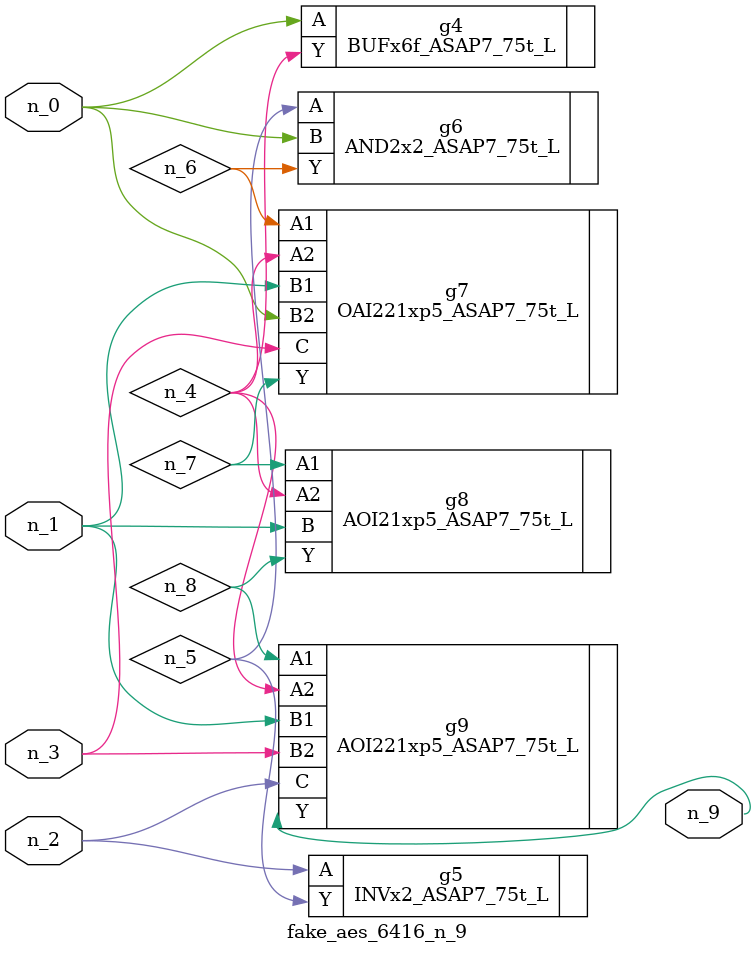
<source format=v>
module fake_aes_6416_n_9 (n_3, n_1, n_2, n_0, n_9);
input n_3;
input n_1;
input n_2;
input n_0;
output n_9;
wire n_6;
wire n_4;
wire n_5;
wire n_7;
wire n_8;
BUFx6f_ASAP7_75t_L g4 ( .A(n_0), .Y(n_4) );
INVx2_ASAP7_75t_L g5 ( .A(n_2), .Y(n_5) );
AND2x2_ASAP7_75t_L g6 ( .A(n_5), .B(n_0), .Y(n_6) );
OAI221xp5_ASAP7_75t_L g7 ( .A1(n_6), .A2(n_4), .B1(n_1), .B2(n_0), .C(n_3), .Y(n_7) );
AOI21xp5_ASAP7_75t_L g8 ( .A1(n_7), .A2(n_4), .B(n_1), .Y(n_8) );
AOI221xp5_ASAP7_75t_L g9 ( .A1(n_8), .A2(n_4), .B1(n_1), .B2(n_3), .C(n_2), .Y(n_9) );
endmodule
</source>
